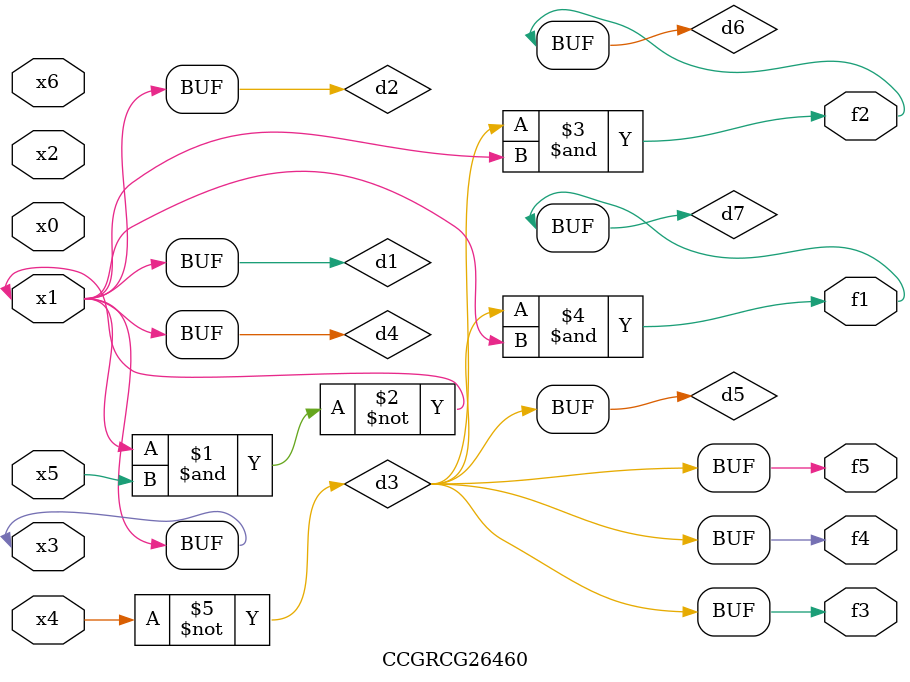
<source format=v>
module CCGRCG26460(
	input x0, x1, x2, x3, x4, x5, x6,
	output f1, f2, f3, f4, f5
);

	wire d1, d2, d3, d4, d5, d6, d7;

	buf (d1, x1, x3);
	nand (d2, x1, x5);
	not (d3, x4);
	buf (d4, d1, d2);
	buf (d5, d3);
	and (d6, d3, d4);
	and (d7, d3, d4);
	assign f1 = d7;
	assign f2 = d6;
	assign f3 = d5;
	assign f4 = d5;
	assign f5 = d5;
endmodule

</source>
